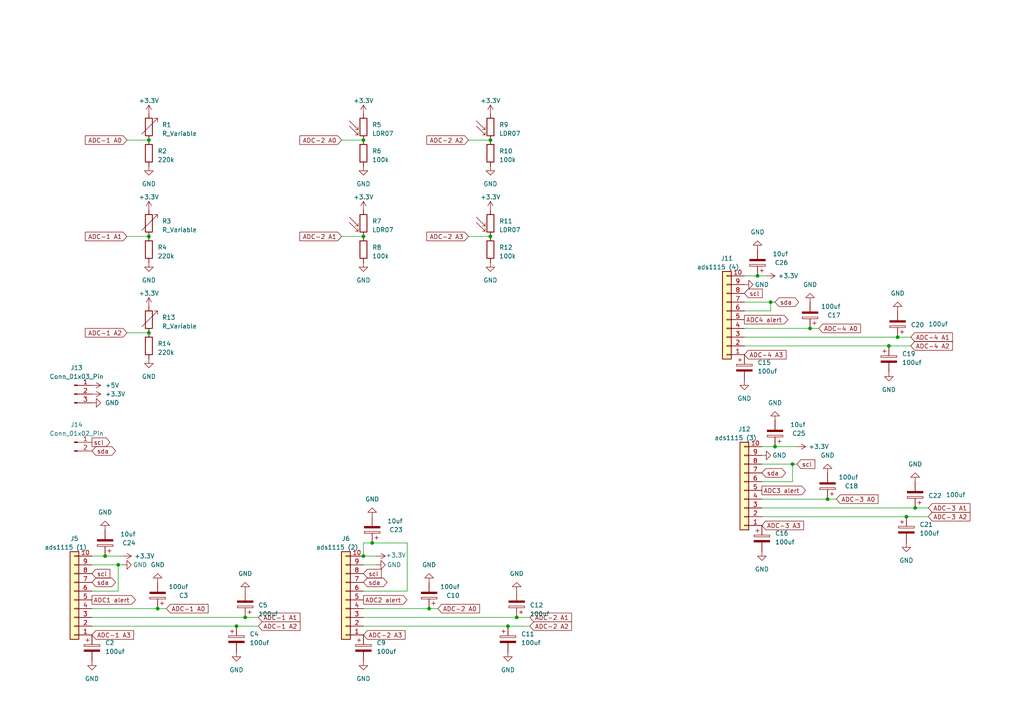
<source format=kicad_sch>
(kicad_sch (version 20231120) (generator "eeschema") (generator_version "8.0")
  (paper "A4")
  (lib_symbols
    (symbol "+3.3V_1" (power) (pin_numbers hide) (pin_names (offset 0) hide)
      (property "Value" "+3.3V" (at 0 3.556 0))
      (symbol "+3.3V_1_0_1"
        (polyline (pts (xy -0.762 1.27) (xy 0 2.54)))
        (polyline (pts (xy 0 0) (xy 0 2.54)))
        (polyline (pts (xy 0 2.54) (xy 0.762 1.27)))
      )
      (symbol "+3.3V_1_1_1"
        (pin power_in line (at 0 0 90) (length 0) (name "~") (number "1"))
      )
    )
    (symbol "Connector:Conn_01x02_Pin" (pin_names (offset 1.016) hide)
      (property "Reference" "J" (at 0 2.54 0))
      (property "Value" "Conn_01x02_Pin" (at 0 -5.08 0))
      (symbol "Conn_01x02_Pin_1_1"
        (polyline (pts (xy 1.27 -2.54) (xy 0.8636 -2.54)) (stroke (width 0.1524)))
        (polyline (pts (xy 1.27 0) (xy 0.8636 0)) (stroke (width 0.1524)))
        (rectangle (start 0.8636 -2.413) (end 0 -2.667) (stroke (width 0.1524)) (fill (type outline)))
        (rectangle (start 0.8636 0.127) (end 0 -0.127) (stroke (width 0.1524)) (fill (type outline)))
        (pin passive line (at 5.08 0 180) (length 3.81) (name "Pin_1") (number "1"))
        (pin passive line (at 5.08 -2.54 180) (length 3.81) (name "Pin_2") (number "2"))
      )
    )
    (symbol "Connector:Conn_01x03_Pin" (pin_names (offset 1.016) hide)
      (property "Reference" "J" (at 0 5.08 0))
      (property "Value" "Conn_01x03_Pin" (at 0 -5.08 0))
      (symbol "Conn_01x03_Pin_1_1"
        (polyline (pts (xy 1.27 -2.54) (xy 0.8636 -2.54)) (stroke (width 0.1524)))
        (polyline (pts (xy 1.27 0) (xy 0.8636 0)) (stroke (width 0.1524)))
        (polyline (pts (xy 1.27 2.54) (xy 0.8636 2.54)) (stroke (width 0.1524)))
        (rectangle (start 0.8636 -2.413) (end 0 -2.667) (stroke (width 0.1524)) (fill (type outline)))
        (rectangle (start 0.8636 0.127) (end 0 -0.127) (stroke (width 0.1524)) (fill (type outline)))
        (rectangle (start 0.8636 2.667) (end 0 2.413) (stroke (width 0.1524)) (fill (type outline)))
        (pin passive line (at 5.08 2.54 180) (length 3.81) (name "Pin_1") (number "1"))
        (pin passive line (at 5.08 0 180) (length 3.81) (name "Pin_2") (number "2"))
        (pin passive line (at 5.08 -2.54 180) (length 3.81) (name "Pin_3") (number "3"))
      )
    )
    (symbol "Connector_Generic:Conn_01x10" (pin_names (offset 1.016) hide)
      (property "Reference" "J" (at 0 12.7 0))
      (property "Value" "Conn_01x10" (at 0 -15.24 0))
      (symbol "Conn_01x10_1_1"
        (rectangle (start -1.27 -12.573) (end 0 -12.827) (stroke (width 0.1524)))
        (rectangle (start -1.27 -10.033) (end 0 -10.287) (stroke (width 0.1524)))
        (rectangle (start -1.27 -7.493) (end 0 -7.747) (stroke (width 0.1524)))
        (rectangle (start -1.27 -4.953) (end 0 -5.207) (stroke (width 0.1524)))
        (rectangle (start -1.27 -2.413) (end 0 -2.667) (stroke (width 0.1524)))
        (rectangle (start -1.27 0.127) (end 0 -0.127) (stroke (width 0.1524)))
        (rectangle (start -1.27 2.667) (end 0 2.413) (stroke (width 0.1524)))
        (rectangle (start -1.27 5.207) (end 0 4.953) (stroke (width 0.1524)))
        (rectangle (start -1.27 7.747) (end 0 7.493) (stroke (width 0.1524)))
        (rectangle (start -1.27 10.287) (end 0 10.033) (stroke (width 0.1524)))
        (rectangle (start -1.27 11.43) (end 1.27 -13.97) (stroke (width 0.254)) (fill (type background)))
        (pin passive line (at -5.08 10.16 0) (length 3.81) (name "Pin_1") (number "1"))
        (pin passive line (at -5.08 -12.7 0) (length 3.81) (name "Pin_10") (number "10"))
        (pin passive line (at -5.08 7.62 0) (length 3.81) (name "Pin_2") (number "2"))
        (pin passive line (at -5.08 5.08 0) (length 3.81) (name "Pin_3") (number "3"))
        (pin passive line (at -5.08 2.54 0) (length 3.81) (name "Pin_4") (number "4"))
        (pin passive line (at -5.08 0 0) (length 3.81) (name "Pin_5") (number "5"))
        (pin passive line (at -5.08 -2.54 0) (length 3.81) (name "Pin_6") (number "6"))
        (pin passive line (at -5.08 -5.08 0) (length 3.81) (name "Pin_7") (number "7"))
        (pin passive line (at -5.08 -7.62 0) (length 3.81) (name "Pin_8") (number "8"))
        (pin passive line (at -5.08 -10.16 0) (length 3.81) (name "Pin_9") (number "9"))
      )
    )
    (symbol "Device:C_Polarized" (pin_numbers hide) (pin_names (offset 0.254))
      (property "Reference" "C" (at 0.635 2.54 0))
      (property "Value" "C_Polarized" (at 0.635 -2.54 0))
      (symbol "C_Polarized_0_1"
        (rectangle (start -2.286 0.508) (end 2.286 1.016))
        (polyline (pts (xy -1.778 2.286) (xy -0.762 2.286)))
        (polyline (pts (xy -1.27 2.794) (xy -1.27 1.778)))
        (rectangle (start 2.286 -0.508) (end -2.286 -1.016) (fill (type outline)))
      )
      (symbol "C_Polarized_1_1"
        (pin passive line (at 0 3.81 270) (length 2.794) (name "~") (number "1"))
        (pin passive line (at 0 -3.81 90) (length 2.794) (name "~") (number "2"))
      )
    )
    (symbol "Device:R" (pin_numbers hide) (pin_names (offset 0))
      (property "Reference" "R" (at 2.032 0 90))
      (property "Value" "R" (at 0 0 90))
      (symbol "R_0_1"
        (rectangle (start -1.016 -2.54) (end 1.016 2.54) (stroke (width 0.254)))
      )
      (symbol "R_1_1"
        (pin passive line (at 0 3.81 270) (length 1.27) (name "~") (number "1"))
        (pin passive line (at 0 -3.81 90) (length 1.27) (name "~") (number "2"))
      )
    )
    (symbol "Device:R_Variable" (pin_numbers hide) (pin_names (offset 0))
      (property "Reference" "R" (at 2.54 -2.54 90))
      (property "Value" "R_Variable" (at -2.54 -1.27 90))
      (symbol "R_Variable_0_1"
        (rectangle (start -1.016 -2.54) (end 1.016 2.54) (stroke (width 0.254)))
        (polyline (pts (xy 2.54 1.524) (xy 2.54 2.54) (xy 1.524 2.54) (xy 2.54 2.54) (xy -2.032 -2.032)))
      )
      (symbol "R_Variable_1_1"
        (pin passive line (at 0 3.81 270) (length 1.27) (name "~") (number "1"))
        (pin passive line (at 0 -3.81 90) (length 1.27) (name "~") (number "2"))
      )
    )
    (symbol "GND_1" (power) (pin_numbers hide) (pin_names (offset 0) hide)
      (property "Value" "GND" (at 0 -3.81 0))
      (symbol "GND_1_0_1"
        (polyline (pts (xy 0 0) (xy 0 -1.27) (xy 1.27 -1.27) (xy 0 -2.54) (xy -1.27 -1.27) (xy 0 -1.27)))
      )
      (symbol "GND_1_1_1"
        (pin power_in line (at 0 0 270) (length 0) (name "~") (number "1"))
      )
    )
    (symbol "Sensor_Optical:LDR07" (pin_numbers hide) (pin_names (offset 0))
      (property "Reference" "R" (at -5.08 0 90))
      (property "Value" "LDR07" (at 1.905 0 90))
      (symbol "LDR07_0_1"
        (rectangle (start -1.016 2.54) (end 1.016 -2.54) (stroke (width 0.254)))
        (polyline (pts (xy -1.524 -2.286) (xy -4.064 0.254)))
        (polyline (pts (xy -1.524 -2.286) (xy -2.286 -2.286)))
        (polyline (pts (xy -1.524 -2.286) (xy -1.524 -1.524)))
        (polyline (pts (xy -1.524 -0.762) (xy -4.064 1.778)))
        (polyline (pts (xy -1.524 -0.762) (xy -2.286 -0.762)))
        (polyline (pts (xy -1.524 -0.762) (xy -1.524 0)))
      )
      (symbol "LDR07_1_1"
        (pin passive line (at 0 3.81 270) (length 1.27) (name "~") (number "1"))
        (pin passive line (at 0 -3.81 90) (length 1.27) (name "~") (number "2"))
      )
    )
    (symbol "power:+3.3V" (power) (pin_names (offset 0))
      (property "Value" "+3.3V" (at 0 3.556 0))
      (symbol "+3.3V_0_1"
        (polyline (pts (xy -0.762 1.27) (xy 0 2.54)))
        (polyline (pts (xy 0 0) (xy 0 2.54)))
        (polyline (pts (xy 0 2.54) (xy 0.762 1.27)))
      )
      (symbol "+3.3V_1_1"
        (pin power_in line (at 0 0 90) (length 0) hide (name "+3.3V") (number "1"))
      )
    )
    (symbol "power:+5V" (power) (pin_numbers hide) (pin_names (offset 0) hide)
      (property "Value" "+5V" (at 0 3.556 0))
      (symbol "+5V_0_1"
        (polyline (pts (xy -0.762 1.27) (xy 0 2.54)))
        (polyline (pts (xy 0 0) (xy 0 2.54)))
        (polyline (pts (xy 0 2.54) (xy 0.762 1.27)))
      )
      (symbol "+5V_1_1"
        (pin power_in line (at 0 0 90) (length 0) (name "~") (number "1"))
      )
    )
    (symbol "power:GND" (power) (pin_names (offset 0))
      (property "Value" "GND" (at 0 -3.81 0))
      (symbol "GND_0_1"
        (polyline (pts (xy 0 0) (xy 0 -1.27) (xy 1.27 -1.27) (xy 0 -2.54) (xy -1.27 -1.27) (xy 0 -1.27)))
      )
      (symbol "GND_1_1"
        (pin power_in line (at 0 0 270) (length 0) hide (name "GND") (number "1"))
      )
    )
  )
  (junction (at 105.41 161.29))
  (junction (at 43.18 40.64))
  (junction (at 105.41 40.64))
  (junction (at 223.52 87.63))
  (junction (at 265.43 147.32))
  (junction (at 219.71 80.01))
  (junction (at 224.79 129.54))
  (junction (at 43.18 68.58))
  (junction (at 105.41 68.58))
  (junction (at 147.32 181.61))
  (junction (at 124.46 176.53))
  (junction (at 234.95 95.25))
  (junction (at 34.29 163.83))
  (junction (at 142.24 68.58))
  (junction (at 68.58 181.61))
  (junction (at 262.89 149.86))
  (junction (at 43.18 96.52))
  (junction (at 45.72 176.53))
  (junction (at 142.24 40.64))
  (junction (at 260.35 97.79))
  (junction (at 257.81 100.33))
  (junction (at 240.03 144.78))
  (junction (at 71.12 179.07))
  (junction (at 149.86 179.07))
  (junction (at 30.48 161.29))
  (junction (at 107.95 157.48))
  (junction (at 229.87 134.62))
  (wire (pts (xy 240.03 144.78) (xy 242.57 144.78)))
  (wire (pts (xy 118.11 157.48) (xy 107.95 157.48)))
  (wire (pts (xy 45.72 176.53) (xy 48.26 176.53)))
  (wire (pts (xy 257.81 100.33) (xy 215.9 100.33)))
  (wire (pts (xy 153.67 181.61) (xy 147.32 181.61)))
  (wire (pts (xy 74.93 181.61) (xy 68.58 181.61)))
  (wire (pts (xy 147.32 181.61) (xy 105.41 181.61)))
  (wire (pts (xy 153.67 179.07) (xy 149.86 179.07)))
  (wire (pts (xy 229.87 139.7) (xy 229.87 134.62)))
  (wire (pts (xy 34.29 163.83) (xy 26.67 163.83)))
  (wire (pts (xy 135.89 40.64) (xy 142.24 40.64)))
  (wire (pts (xy 109.22 161.29) (xy 105.41 161.29)))
  (wire (pts (xy 36.83 40.64) (xy 43.18 40.64)))
  (wire (pts (xy 222.25 80.01) (xy 219.71 80.01)))
  (wire (pts (xy 231.14 129.54) (xy 224.79 129.54)))
  (wire (pts (xy 215.9 90.17) (xy 223.52 90.17)))
  (wire (pts (xy 35.56 163.83) (xy 34.29 163.83)))
  (wire (pts (xy 107.95 157.48) (xy 105.41 157.48)))
  (wire (pts (xy 36.83 68.58) (xy 43.18 68.58)))
  (wire (pts (xy 105.41 157.48) (xy 105.41 161.29)))
  (wire (pts (xy 269.24 149.86) (xy 262.89 149.86)))
  (wire (pts (xy 34.29 171.45) (xy 26.67 171.45)))
  (wire (pts (xy 30.48 161.29) (xy 26.67 161.29)))
  (wire (pts (xy 99.06 68.58) (xy 105.41 68.58)))
  (wire (pts (xy 262.89 149.86) (xy 220.98 149.86)))
  (wire (pts (xy 215.9 95.25) (xy 234.95 95.25)))
  (wire (pts (xy 135.89 68.58) (xy 142.24 68.58)))
  (wire (pts (xy 223.52 90.17) (xy 223.52 87.63)))
  (wire (pts (xy 118.11 171.45) (xy 118.11 157.48)))
  (wire (pts (xy 269.24 147.32) (xy 265.43 147.32)))
  (wire (pts (xy 35.56 161.29) (xy 30.48 161.29)))
  (wire (pts (xy 229.87 134.62) (xy 220.98 134.62)))
  (wire (pts (xy 71.12 179.07) (xy 26.67 179.07)))
  (wire (pts (xy 105.41 176.53) (xy 124.46 176.53)))
  (wire (pts (xy 264.16 100.33) (xy 257.81 100.33)))
  (wire (pts (xy 109.22 163.83) (xy 105.41 163.83)))
  (wire (pts (xy 74.93 179.07) (xy 71.12 179.07)))
  (wire (pts (xy 234.95 95.25) (xy 237.49 95.25)))
  (wire (pts (xy 224.79 87.63) (xy 223.52 87.63)))
  (wire (pts (xy 149.86 179.07) (xy 105.41 179.07)))
  (wire (pts (xy 124.46 176.53) (xy 127 176.53)))
  (wire (pts (xy 260.35 97.79) (xy 215.9 97.79)))
  (wire (pts (xy 231.14 134.62) (xy 229.87 134.62)))
  (wire (pts (xy 99.06 40.64) (xy 105.41 40.64)))
  (wire (pts (xy 34.29 163.83) (xy 34.29 171.45)))
  (wire (pts (xy 265.43 147.32) (xy 220.98 147.32)))
  (wire (pts (xy 264.16 97.79) (xy 260.35 97.79)))
  (wire (pts (xy 223.52 87.63) (xy 215.9 87.63)))
  (wire (pts (xy 68.58 181.61) (xy 26.67 181.61)))
  (wire (pts (xy 219.71 80.01) (xy 215.9 80.01)))
  (wire (pts (xy 220.98 139.7) (xy 229.87 139.7)))
  (wire (pts (xy 105.41 171.45) (xy 118.11 171.45)))
  (wire (pts (xy 26.67 176.53) (xy 45.72 176.53)))
  (wire (pts (xy 220.98 144.78) (xy 240.03 144.78)))
  (wire (pts (xy 224.79 129.54) (xy 220.98 129.54)))
  (wire (pts (xy 36.83 96.52) (xy 43.18 96.52)))
  (global_label "ADC-1 A1" (shape input) (at 74.93 179.07 0) (property "Intersheetrefs" "${INTERSHEET_REFS}" (effects (hide yes))))
  (global_label "ADC2 alert" (shape output) (at 105.41 173.99 0) (property "Intersheetrefs" "${INTERSHEET_REFS}" (effects (hide yes))))
  (global_label "ADC-1 A0" (shape input) (at 48.26 176.53 0) (property "Intersheetrefs" "${INTERSHEET_REFS}" (effects (hide yes))))
  (global_label "ADC-2 A0" (shape input) (at 99.06 40.64 180) (property "Intersheetrefs" "${INTERSHEET_REFS}" (effects (hide yes))))
  (global_label "scl" (shape input) (at 215.9 85.09 0) (property "Intersheetrefs" "${INTERSHEET_REFS}" (effects (hide yes))))
  (global_label "ADC-4 A0" (shape input) (at 237.49 95.25 0) (property "Intersheetrefs" "${INTERSHEET_REFS}" (effects (hide yes))))
  (global_label "ADC4 alert" (shape output) (at 215.9 92.71 0) (property "Intersheetrefs" "${INTERSHEET_REFS}" (effects (hide yes))))
  (global_label "ADC-1 A3" (shape input) (at 26.67 184.15 0) (property "Intersheetrefs" "${INTERSHEET_REFS}" (effects (hide yes))))
  (global_label "ADC-3 A0" (shape input) (at 242.57 144.78 0) (property "Intersheetrefs" "${INTERSHEET_REFS}" (effects (hide yes))))
  (global_label "scl" (shape input) (at 26.67 166.37 0) (property "Intersheetrefs" "${INTERSHEET_REFS}" (effects (hide yes))))
  (global_label "ADC-1 A2" (shape input) (at 36.83 96.52 180) (property "Intersheetrefs" "${INTERSHEET_REFS}" (effects (hide yes))))
  (global_label "scl" (shape output) (at 26.67 128.27 0) (property "Intersheetrefs" "${INTERSHEET_REFS}" (effects (hide yes))))
  (global_label "sda" (shape bidirectional) (at 26.67 168.91 0) (property "Intersheetrefs" "${INTERSHEET_REFS}" (effects (hide yes))))
  (global_label "sda" (shape bidirectional) (at 105.41 168.91 0) (property "Intersheetrefs" "${INTERSHEET_REFS}" (effects (hide yes))))
  (global_label "ADC-2 A1" (shape input) (at 99.06 68.58 180) (property "Intersheetrefs" "${INTERSHEET_REFS}" (effects (hide yes))))
  (global_label "sda" (shape bidirectional) (at 224.79 87.63 0) (property "Intersheetrefs" "${INTERSHEET_REFS}" (effects (hide yes))))
  (global_label "ADC-2 A1" (shape input) (at 153.67 179.07 0) (property "Intersheetrefs" "${INTERSHEET_REFS}" (effects (hide yes))))
  (global_label "ADC1 alert" (shape output) (at 26.67 173.99 0) (property "Intersheetrefs" "${INTERSHEET_REFS}" (effects (hide yes))))
  (global_label "scl" (shape input) (at 105.41 166.37 0) (property "Intersheetrefs" "${INTERSHEET_REFS}" (effects (hide yes))))
  (global_label "ADC-3 A3" (shape input) (at 220.98 152.4 0) (property "Intersheetrefs" "${INTERSHEET_REFS}" (effects (hide yes))))
  (global_label "ADC-4 A2" (shape input) (at 264.16 100.33 0) (property "Intersheetrefs" "${INTERSHEET_REFS}" (effects (hide yes))))
  (global_label "ADC-1 A1" (shape input) (at 36.83 68.58 180) (property "Intersheetrefs" "${INTERSHEET_REFS}" (effects (hide yes))))
  (global_label "ADC-2 A2" (shape input) (at 153.67 181.61 0) (property "Intersheetrefs" "${INTERSHEET_REFS}" (effects (hide yes))))
  (global_label "ADC-4 A3" (shape input) (at 215.9 102.87 0) (property "Intersheetrefs" "${INTERSHEET_REFS}" (effects (hide yes))))
  (global_label "ADC-3 A2" (shape input) (at 269.24 149.86 0) (property "Intersheetrefs" "${INTERSHEET_REFS}" (effects (hide yes))))
  (global_label "ADC-4 A1" (shape input) (at 264.16 97.79 0) (property "Intersheetrefs" "${INTERSHEET_REFS}" (effects (hide yes))))
  (global_label "ADC-2 A2" (shape input) (at 135.89 40.64 180) (property "Intersheetrefs" "${INTERSHEET_REFS}" (effects (hide yes))))
  (global_label "ADC-1 A0" (shape input) (at 36.83 40.64 180) (property "Intersheetrefs" "${INTERSHEET_REFS}" (effects (hide yes))))
  (global_label "sda" (shape bidirectional) (at 220.98 137.16 0) (property "Intersheetrefs" "${INTERSHEET_REFS}" (effects (hide yes))))
  (global_label "ADC-2 A3" (shape input) (at 135.89 68.58 180) (property "Intersheetrefs" "${INTERSHEET_REFS}" (effects (hide yes))))
  (global_label "ADC3 alert" (shape output) (at 220.98 142.24 0) (property "Intersheetrefs" "${INTERSHEET_REFS}" (effects (hide yes))))
  (global_label "ADC-1 A2" (shape input) (at 74.93 181.61 0) (property "Intersheetrefs" "${INTERSHEET_REFS}" (effects (hide yes))))
  (global_label "ADC-2 A3" (shape input) (at 105.41 184.15 0) (property "Intersheetrefs" "${INTERSHEET_REFS}" (effects (hide yes))))
  (global_label "scl" (shape input) (at 231.14 134.62 0) (property "Intersheetrefs" "${INTERSHEET_REFS}" (effects (hide yes))))
  (global_label "ADC-3 A1" (shape input) (at 269.24 147.32 0) (property "Intersheetrefs" "${INTERSHEET_REFS}" (effects (hide yes))))
  (global_label "sda" (shape bidirectional) (at 26.67 130.81 0) (property "Intersheetrefs" "${INTERSHEET_REFS}" (effects (hide yes))))
  (global_label "ADC-2 A0" (shape input) (at 127 176.53 0) (property "Intersheetrefs" "${INTERSHEET_REFS}" (effects (hide yes))))
  (symbol (lib_id "Device:R") (at 142.24 44.45 0) (unit 1)
    (property "Reference" "R10" (at 144.78 43.815 0) (effects (justify left)))
    (property "Value" "100k" (at 144.78 46.355 0) (effects (justify left)))
    (property "Footprint" "Resistor_THT:R_Axial_DIN0204_L3.6mm_D1.6mm_P7.62mm_Horizontal" (effects (hide yes)))
  )
  (symbol (lib_id "Device:C_Polarized") (at 260.35 93.98 180) (unit 1)
    (property "Reference" "C20" (at 264.16 94.234 0) (effects (justify right)))
    (property "Value" "100uf" (at 269.24 93.98 0) (effects (justify right)))
    (property "Footprint" "Capacitor_SMD:C_1206_3216Metric_Pad1.33x1.80mm_HandSolder" (effects (hide yes)))
  )
  (symbol (lib_id "power:GND") (at 105.41 76.2 0) (unit 1)
    (property "Reference" "#PWR041" (effects (hide yes)))
    (property "Value" "GND" (at 105.41 81.28 0))
  )
  (symbol (lib_id "Device:C_Polarized") (at 149.86 175.26 180) (unit 1)
    (property "Reference" "C12" (at 153.67 175.514 0) (effects (justify right)))
    (property "Value" "100uf" (at 153.67 178.054 0) (effects (justify right)))
    (property "Footprint" "Capacitor_SMD:C_1206_3216Metric_Pad1.33x1.80mm_HandSolder" (effects (hide yes)))
  )
  (symbol (lib_id "Device:R_Variable") (at 43.18 36.83 0) (unit 1)
    (property "Reference" "R1" (at 46.99 36.195 0) (effects (justify left)))
    (property "Value" "R_Variable" (at 46.99 38.735 0) (effects (justify left)))
    (property "Footprint" "Connector_PinHeader_2.54mm:PinHeader_1x02_P2.54mm_Vertical" (effects (hide yes)))
  )
  (symbol (lib_id "Device:R") (at 142.24 72.39 0) (unit 1)
    (property "Reference" "R12" (at 144.78 71.755 0) (effects (justify left)))
    (property "Value" "100k" (at 144.78 74.295 0) (effects (justify left)))
    (property "Footprint" "Resistor_THT:R_Axial_DIN0204_L3.6mm_D1.6mm_P7.62mm_Horizontal" (effects (hide yes)))
  )
  (symbol (lib_id "power:GND") (at 257.81 107.95 0) (unit 1)
    (property "Reference" "#PWR062" (effects (hide yes)))
    (property "Value" "GND" (at 257.81 113.03 0))
  )
  (symbol (lib_id "power:+3.3V") (at 109.22 161.29 270) (unit 1)
    (property "Reference" "#PWR028" (effects (hide yes)))
    (property "Value" "+3.3V" (at 114.808 161.036 90))
  )
  (symbol (lib_id "Device:R") (at 105.41 72.39 0) (unit 1)
    (property "Reference" "R8" (at 107.95 71.755 0) (effects (justify left)))
    (property "Value" "100k" (at 107.95 74.295 0) (effects (justify left)))
    (property "Footprint" "Resistor_THT:R_Axial_DIN0204_L3.6mm_D1.6mm_P7.62mm_Horizontal" (effects (hide yes)))
  )
  (symbol (lib_id "power:GND") (at 215.9 82.55 90) (unit 1)
    (property "Reference" "#PWR033" (effects (hide yes)))
    (property "Value" "GND" (at 220.98 82.55 90))
  )
  (symbol (lib_id "Device:C_Polarized") (at 257.81 104.14 0) (unit 1)
    (property "Reference" "C19" (at 261.62 102.616 0) (effects (justify left)))
    (property "Value" "100uf" (at 261.62 105.156 0) (effects (justify left)))
    (property "Footprint" "Capacitor_SMD:C_1206_3216Metric_Pad1.33x1.80mm_HandSolder" (effects (hide yes)))
  )
  (symbol (lib_id "Sensor_Optical:LDR07") (at 142.24 64.77 0) (unit 1)
    (property "Reference" "R11" (at 144.78 64.135 0) (effects (justify left)))
    (property "Value" "LDR07" (at 144.78 66.675 0) (effects (justify left)))
    (property "Footprint" "Connector_PinHeader_2.54mm:PinHeader_1x02_P2.54mm_Vertical" (effects (hide yes)))
    (property "Datasheet" "http://www.tme.eu/de/Document/f2e3ad76a925811312d226c31da4cd7e/LDR07.pdf" (effects (hide yes)))
  )
  (symbol (lib_id "power:GND") (at 30.48 153.67 180) (unit 1)
    (property "Reference" "#PWR067" (effects (hide yes)))
    (property "Value" "GND" (at 30.48 148.59 0))
  )
  (symbol (lib_id "power:GND") (at 220.98 132.08 90) (unit 1)
    (property "Reference" "#PWR058" (effects (hide yes)))
    (property "Value" "GND" (at 226.06 132.08 90))
  )
  (symbol (lib_id "Device:R") (at 43.18 72.39 0) (unit 1)
    (property "Reference" "R4" (at 45.72 71.755 0) (effects (justify left)))
    (property "Value" "220k" (at 45.72 74.295 0) (effects (justify left)))
    (property "Footprint" "Resistor_THT:R_Axial_DIN0204_L3.6mm_D1.6mm_P7.62mm_Horizontal" (effects (hide yes)))
  )
  (symbol (lib_id "Device:C_Polarized") (at 220.98 156.21 0) (unit 1)
    (property "Reference" "C16" (at 224.79 154.686 0) (effects (justify left)))
    (property "Value" "100uf" (at 224.79 157.226 0) (effects (justify left)))
    (property "Footprint" "Capacitor_SMD:C_1206_3216Metric_Pad1.33x1.80mm_HandSolder" (effects (hide yes)))
  )
  (symbol (lib_id "power:GND") (at 43.18 104.14 0) (unit 1)
    (property "Reference" "#PWR055" (effects (hide yes)))
    (property "Value" "GND" (at 43.18 109.22 0))
  )
  (symbol (lib_id "power:+5V") (at 26.67 111.76 270) (unit 1)
    (property "Reference" "#PWR071" (effects (hide yes)))
    (property "Value" "+5V" (at 30.48 111.7599 90) (effects (justify left)))
    (property "Description" "Power symbol creates a global label with name \"+5V\"" (effects (hide yes)))
  )
  (symbol (lib_id "power:GND") (at 265.43 139.7 180) (unit 1)
    (property "Reference" "#PWR065" (effects (hide yes)))
    (property "Value" "GND" (at 265.43 134.62 0))
  )
  (symbol (lib_id "power:GND") (at 68.58 189.23 0) (unit 1)
    (property "Reference" "#PWR017" (effects (hide yes)))
    (property "Value" "GND" (at 68.58 194.31 0))
  )
  (symbol (lib_id "power:GND") (at 43.18 48.26 0) (unit 1)
    (property "Reference" "#PWR035" (effects (hide yes)))
    (property "Value" "GND" (at 43.18 53.34 0))
  )
  (symbol (lib_id "Device:R") (at 43.18 44.45 0) (unit 1)
    (property "Reference" "R2" (at 45.72 43.815 0) (effects (justify left)))
    (property "Value" "220k" (at 45.72 46.355 0) (effects (justify left)))
    (property "Footprint" "Resistor_THT:R_Axial_DIN0204_L3.6mm_D1.6mm_P7.62mm_Horizontal" (effects (hide yes)))
  )
  (symbol (lib_id "power:+3.3V") (at 105.41 33.02 0) (unit 1)
    (property "Reference" "#PWR038" (effects (hide yes)))
    (property "Value" "+3.3V" (at 105.41 29.21 0))
  )
  (symbol (lib_id "power:+3.3V") (at 231.14 129.54 270) (unit 1)
    (property "Reference" "#PWR057" (effects (hide yes)))
    (property "Value" "+3.3V" (at 237.49 129.54 90))
  )
  (symbol (lib_id "Sensor_Optical:LDR07") (at 142.24 36.83 0) (unit 1)
    (property "Reference" "R9" (at 144.78 36.195 0) (effects (justify left)))
    (property "Value" "LDR07" (at 144.78 38.735 0) (effects (justify left)))
    (property "Footprint" "Connector_PinHeader_2.54mm:PinHeader_1x02_P2.54mm_Vertical" (effects (hide yes)))
    (property "Datasheet" "http://www.tme.eu/de/Document/f2e3ad76a925811312d226c31da4cd7e/LDR07.pdf" (effects (hide yes)))
  )
  (symbol (lib_id "Device:C_Polarized") (at 265.43 143.51 180) (unit 1)
    (property "Reference" "C22" (at 269.24 143.764 0) (effects (justify right)))
    (property "Value" "100uf" (at 274.32 143.51 0) (effects (justify right)))
    (property "Footprint" "Capacitor_SMD:C_1206_3216Metric_Pad1.33x1.80mm_HandSolder" (effects (hide yes)))
  )
  (symbol (lib_id "power:GND") (at 71.12 171.45 180) (unit 1)
    (property "Reference" "#PWR018" (effects (hide yes)))
    (property "Value" "GND" (at 71.12 166.37 0))
  )
  (symbol (lib_id "Device:C_Polarized") (at 262.89 153.67 0) (unit 1)
    (property "Reference" "C21" (at 266.7 152.146 0) (effects (justify left)))
    (property "Value" "100uf" (at 266.7 154.686 0) (effects (justify left)))
    (property "Footprint" "Capacitor_SMD:C_1206_3216Metric_Pad1.33x1.80mm_HandSolder" (effects (hide yes)))
  )
  (symbol (lib_id "power:+3.3V") (at 35.56 161.29 270) (unit 1)
    (property "Reference" "#PWR09" (effects (hide yes)))
    (property "Value" "+3.3V" (at 41.91 161.29 90))
  )
  (symbol (lib_id "power:GND") (at 35.56 163.83 90) (unit 1)
    (property "Reference" "#PWR013" (effects (hide yes)))
    (property "Value" "GND" (at 40.64 163.83 90))
  )
  (symbol (lib_id "power:GND") (at 262.89 157.48 0) (unit 1)
    (property "Reference" "#PWR064" (effects (hide yes)))
    (property "Value" "GND" (at 262.89 162.56 0))
  )
  (symbol (lib_name "GND_1") (lib_id "power:GND") (at 26.67 116.84 90) (unit 1)
    (property "Reference" "#PWR070" (effects (hide yes)))
    (property "Value" "GND" (at 30.48 116.8399 90) (effects (justify right)))
    (property "Description" "Power symbol creates a global label with name \"GND\" , ground" (effects (hide yes)))
  )
  (symbol (lib_id "power:GND") (at 240.03 137.16 180) (unit 1)
    (property "Reference" "#PWR061" (effects (hide yes)))
    (property "Value" "GND" (at 240.03 132.08 0))
  )
  (symbol (lib_id "Device:R_Variable") (at 43.18 92.71 0) (unit 1)
    (property "Reference" "R13" (at 46.99 92.075 0) (effects (justify left)))
    (property "Value" "R_Variable" (at 46.99 94.615 0) (effects (justify left)))
    (property "Footprint" "Connector_PinHeader_2.54mm:PinHeader_1x02_P2.54mm_Vertical" (effects (hide yes)))
  )
  (symbol (lib_id "Connector:Conn_01x03_Pin") (at 21.59 114.3 0) (unit 1)
    (property "Reference" "J13" (at 22.225 106.68 0))
    (property "Value" "Conn_01x03_Pin" (at 22.225 109.22 0))
    (property "Footprint" "Connector_JST:JST_XH_B3B-XH-AM_1x03_P2.50mm_Vertical" (effects (hide yes)))
    (property "Description" "Generic connector, single row, 01x03, script generated" (effects (hide yes)))
  )
  (symbol (lib_id "Device:C_Polarized") (at 68.58 185.42 0) (unit 1)
    (property "Reference" "C4" (at 72.39 183.896 0) (effects (justify left)))
    (property "Value" "100uf" (at 72.39 186.436 0) (effects (justify left)))
    (property "Footprint" "Capacitor_SMD:C_1206_3216Metric_Pad1.33x1.80mm_HandSolder" (effects (hide yes)))
  )
  (symbol (lib_id "power:GND") (at 219.71 72.39 180) (unit 1)
    (property "Reference" "#PWR069" (effects (hide yes)))
    (property "Value" "GND" (at 219.71 67.31 0))
  )
  (symbol (lib_id "power:+3.3V") (at 105.41 60.96 0) (unit 1)
    (property "Reference" "#PWR040" (effects (hide yes)))
    (property "Value" "+3.3V" (at 105.41 57.15 0))
  )
  (symbol (lib_id "Device:C_Polarized") (at 240.03 140.97 180) (unit 1)
    (property "Reference" "C18" (at 248.92 140.97 0) (effects (justify left)))
    (property "Value" "100uf" (at 248.92 138.43 0) (effects (justify left)))
    (property "Footprint" "Capacitor_SMD:C_1206_3216Metric_Pad1.33x1.80mm_HandSolder" (effects (hide yes)))
  )
  (symbol (lib_name "+3.3V_1") (lib_id "power:+3.3V") (at 26.67 114.3 270) (unit 1)
    (property "Reference" "#PWR072" (effects (hide yes)))
    (property "Value" "+3.3V" (at 30.48 114.2999 90) (effects (justify left)))
    (property "Description" "Power symbol creates a global label with name \"+3.3V\"" (effects (hide yes)))
  )
  (symbol (lib_id "Connector_Generic:Conn_01x10") (at 210.82 92.71 180) (unit 1)
    (property "Reference" "J11" (at 210.82 74.93 0))
    (property "Value" "ads1115 (4)" (at 208.28 77.47 0))
    (property "Footprint" "Connector_PinSocket_2.54mm:PinSocket_1x10_P2.54mm_Vertical" (effects (hide yes)))
  )
  (symbol (lib_id "power:GND") (at 147.32 189.23 0) (unit 1)
    (property "Reference" "#PWR030" (effects (hide yes)))
    (property "Value" "GND" (at 147.32 194.31 0))
  )
  (symbol (lib_id "power:GND") (at 215.9 110.49 0) (unit 1)
    (property "Reference" "#PWR056" (effects (hide yes)))
    (property "Value" "GND" (at 215.9 115.57 0))
  )
  (symbol (lib_id "Device:C_Polarized") (at 26.67 187.96 0) (unit 1)
    (property "Reference" "C2" (at 30.48 186.436 0) (effects (justify left)))
    (property "Value" "100uf" (at 30.48 188.976 0) (effects (justify left)))
    (property "Footprint" "Capacitor_SMD:C_1206_3216Metric_Pad1.33x1.80mm_HandSolder" (effects (hide yes)))
  )
  (symbol (lib_id "Connector_Generic:Conn_01x10") (at 21.59 173.99 180) (unit 1)
    (property "Reference" "J5" (at 21.59 156.21 0))
    (property "Value" "ads1115 (1)" (at 19.05 158.75 0))
    (property "Footprint" "Connector_PinSocket_2.54mm:PinSocket_1x10_P2.54mm_Vertical" (effects (hide yes)))
  )
  (symbol (lib_id "Device:R") (at 43.18 100.33 0) (unit 1)
    (property "Reference" "R14" (at 45.72 99.695 0) (effects (justify left)))
    (property "Value" "220k" (at 45.72 102.235 0) (effects (justify left)))
    (property "Footprint" "Resistor_THT:R_Axial_DIN0204_L3.6mm_D1.6mm_P7.62mm_Horizontal" (effects (hide yes)))
  )
  (symbol (lib_id "power:+3.3V") (at 43.18 88.9 0) (unit 1)
    (property "Reference" "#PWR054" (effects (hide yes)))
    (property "Value" "+3.3V" (at 43.18 85.09 0))
  )
  (symbol (lib_id "power:+3.3V") (at 142.24 33.02 0) (unit 1)
    (property "Reference" "#PWR050" (effects (hide yes)))
    (property "Value" "+3.3V" (at 142.24 29.21 0))
  )
  (symbol (lib_id "power:+3.3V") (at 43.18 33.02 0) (unit 1)
    (property "Reference" "#PWR034" (effects (hide yes)))
    (property "Value" "+3.3V" (at 43.18 29.21 0))
  )
  (symbol (lib_id "power:GND") (at 43.18 76.2 0) (unit 1)
    (property "Reference" "#PWR037" (effects (hide yes)))
    (property "Value" "GND" (at 43.18 81.28 0))
  )
  (symbol (lib_id "power:GND") (at 26.67 191.77 0) (unit 1)
    (property "Reference" "#PWR012" (effects (hide yes)))
    (property "Value" "GND" (at 26.67 196.85 0))
  )
  (symbol (lib_id "power:GND") (at 149.86 171.45 180) (unit 1)
    (property "Reference" "#PWR031" (effects (hide yes)))
    (property "Value" "GND" (at 149.86 166.37 0))
  )
  (symbol (lib_id "power:GND") (at 260.35 90.17 180) (unit 1)
    (property "Reference" "#PWR063" (effects (hide yes)))
    (property "Value" "GND" (at 260.35 85.09 0))
  )
  (symbol (lib_id "Device:C_Polarized") (at 107.95 153.67 180) (unit 1)
    (property "Reference" "C23" (at 116.84 153.67 0) (effects (justify left)))
    (property "Value" "10uf" (at 116.84 151.13 0) (effects (justify left)))
    (property "Footprint" "Capacitor_SMD:C_1206_3216Metric_Pad1.33x1.80mm_HandSolder" (effects (hide yes)))
  )
  (symbol (lib_id "power:GND") (at 124.46 168.91 180) (unit 1)
    (property "Reference" "#PWR029" (effects (hide yes)))
    (property "Value" "GND" (at 124.46 163.83 0))
  )
  (symbol (lib_id "Device:R_Variable") (at 43.18 64.77 0) (unit 1)
    (property "Reference" "R3" (at 46.99 64.135 0) (effects (justify left)))
    (property "Value" "R_Variable" (at 46.99 66.675 0) (effects (justify left)))
    (property "Footprint" "Connector_PinHeader_2.54mm:PinHeader_1x02_P2.54mm_Vertical" (effects (hide yes)))
  )
  (symbol (lib_id "power:GND") (at 45.72 168.91 180) (unit 1)
    (property "Reference" "#PWR016" (effects (hide yes)))
    (property "Value" "GND" (at 45.72 163.83 0))
  )
  (symbol (lib_id "power:GND") (at 142.24 48.26 0) (unit 1)
    (property "Reference" "#PWR051" (effects (hide yes)))
    (property "Value" "GND" (at 142.24 53.34 0))
  )
  (symbol (lib_id "Sensor_Optical:LDR07") (at 105.41 36.83 0) (unit 1)
    (property "Reference" "R5" (at 107.95 36.195 0) (effects (justify left)))
    (property "Value" "LDR07" (at 107.95 38.735 0) (effects (justify left)))
    (property "Footprint" "Connector_PinHeader_2.54mm:PinHeader_1x02_P2.54mm_Vertical" (effects (hide yes)))
    (property "Datasheet" "http://www.tme.eu/de/Document/f2e3ad76a925811312d226c31da4cd7e/LDR07.pdf" (effects (hide yes)))
  )
  (symbol (lib_id "power:+3.3V") (at 43.18 60.96 0) (unit 1)
    (property "Reference" "#PWR036" (effects (hide yes)))
    (property "Value" "+3.3V" (at 43.18 57.15 0))
  )
  (symbol (lib_id "Device:C_Polarized") (at 224.79 125.73 180) (unit 1)
    (property "Reference" "C25" (at 233.68 125.73 0) (effects (justify left)))
    (property "Value" "10uf" (at 233.68 123.19 0) (effects (justify left)))
    (property "Footprint" "Capacitor_SMD:C_1206_3216Metric_Pad1.33x1.80mm_HandSolder" (effects (hide yes)))
  )
  (symbol (lib_id "Connector:Conn_01x02_Pin") (at 21.59 128.27 0) (unit 1)
    (property "Reference" "J14" (at 22.225 123.19 0))
    (property "Value" "Conn_01x02_Pin" (at 22.225 125.73 0))
    (property "Footprint" "Connector_JST:JST_XH_B2B-XH-A_1x02_P2.50mm_Vertical" (effects (hide yes)))
    (property "Description" "Generic connector, single row, 01x02, script generated" (effects (hide yes)))
  )
  (symbol (lib_id "Device:C_Polarized") (at 30.48 157.48 180) (unit 1)
    (property "Reference" "C24" (at 39.37 157.48 0) (effects (justify left)))
    (property "Value" "10uf" (at 39.37 154.94 0) (effects (justify left)))
    (property "Footprint" "Capacitor_SMD:C_1206_3216Metric_Pad1.33x1.80mm_HandSolder" (effects (hide yes)))
  )
  (symbol (lib_id "power:GND") (at 220.98 160.02 0) (unit 1)
    (property "Reference" "#PWR059" (effects (hide yes)))
    (property "Value" "GND" (at 220.98 165.1 0))
  )
  (symbol (lib_id "Device:C_Polarized") (at 105.41 187.96 0) (unit 1)
    (property "Reference" "C9" (at 109.22 186.436 0) (effects (justify left)))
    (property "Value" "100uf" (at 109.22 188.976 0) (effects (justify left)))
    (property "Footprint" "Capacitor_SMD:C_1206_3216Metric_Pad1.33x1.80mm_HandSolder" (effects (hide yes)))
  )
  (symbol (lib_id "power:GND") (at 109.22 163.83 90) (unit 1)
    (property "Reference" "#PWR019" (effects (hide yes)))
    (property "Value" "GND" (at 114.3 163.83 90))
  )
  (symbol (lib_id "Device:C_Polarized") (at 234.95 91.44 180) (unit 1)
    (property "Reference" "C17" (at 243.84 91.44 0) (effects (justify left)))
    (property "Value" "100uf" (at 243.84 88.9 0) (effects (justify left)))
    (property "Footprint" "Capacitor_SMD:C_1206_3216Metric_Pad1.33x1.80mm_HandSolder" (effects (hide yes)))
  )
  (symbol (lib_id "Device:R") (at 105.41 44.45 0) (unit 1)
    (property "Reference" "R6" (at 107.95 43.815 0) (effects (justify left)))
    (property "Value" "100k" (at 107.95 46.355 0) (effects (justify left)))
    (property "Footprint" "Resistor_THT:R_Axial_DIN0204_L3.6mm_D1.6mm_P7.62mm_Horizontal" (effects (hide yes)))
  )
  (symbol (lib_id "power:GND") (at 105.41 48.26 0) (unit 1)
    (property "Reference" "#PWR039" (effects (hide yes)))
    (property "Value" "GND" (at 105.41 53.34 0))
  )
  (symbol (lib_id "Connector_Generic:Conn_01x10") (at 215.9 142.24 180) (unit 1)
    (property "Reference" "J12" (at 215.9 124.46 0))
    (property "Value" "ads1115 (3)" (at 213.36 127 0))
    (property "Footprint" "Connector_PinSocket_2.54mm:PinSocket_1x10_P2.54mm_Vertical" (effects (hide yes)))
  )
  (symbol (lib_id "power:GND") (at 142.24 76.2 0) (unit 1)
    (property "Reference" "#PWR053" (effects (hide yes)))
    (property "Value" "GND" (at 142.24 81.28 0))
  )
  (symbol (lib_id "power:+3.3V") (at 142.24 60.96 0) (unit 1)
    (property "Reference" "#PWR052" (effects (hide yes)))
    (property "Value" "+3.3V" (at 142.24 57.15 0))
  )
  (symbol (lib_id "Device:C_Polarized") (at 45.72 172.72 180) (unit 1)
    (property "Reference" "C3" (at 54.61 172.72 0) (effects (justify left)))
    (property "Value" "100uf" (at 54.61 170.18 0) (effects (justify left)))
    (property "Footprint" "Capacitor_SMD:C_1206_3216Metric_Pad1.33x1.80mm_HandSolder" (effects (hide yes)))
  )
  (symbol (lib_id "Device:C_Polarized") (at 124.46 172.72 180) (unit 1)
    (property "Reference" "C10" (at 133.35 172.72 0) (effects (justify left)))
    (property "Value" "100uf" (at 133.35 170.18 0) (effects (justify left)))
    (property "Footprint" "Capacitor_SMD:C_1206_3216Metric_Pad1.33x1.80mm_HandSolder" (effects (hide yes)))
  )
  (symbol (lib_id "power:+3.3V") (at 222.25 80.01 270) (unit 1)
    (property "Reference" "#PWR032" (effects (hide yes)))
    (property "Value" "+3.3V" (at 228.6 80.01 90))
  )
  (symbol (lib_id "Device:C_Polarized") (at 71.12 175.26 180) (unit 1)
    (property "Reference" "C5" (at 74.93 175.514 0) (effects (justify right)))
    (property "Value" "100uf" (at 74.93 178.054 0) (effects (justify right)))
    (property "Footprint" "Capacitor_SMD:C_1206_3216Metric_Pad1.33x1.80mm_HandSolder" (effects (hide yes)))
  )
  (symbol (lib_id "Device:C_Polarized") (at 219.71 76.2 180) (unit 1)
    (property "Reference" "C26" (at 228.6 76.2 0) (effects (justify left)))
    (property "Value" "10uf" (at 228.6 73.66 0) (effects (justify left)))
    (property "Footprint" "Capacitor_SMD:C_1206_3216Metric_Pad1.33x1.80mm_HandSolder" (effects (hide yes)))
  )
  (symbol (lib_id "power:GND") (at 234.95 87.63 180) (unit 1)
    (property "Reference" "#PWR060" (effects (hide yes)))
    (property "Value" "GND" (at 234.95 82.55 0))
  )
  (symbol (lib_id "power:GND") (at 224.79 121.92 180) (unit 1)
    (property "Reference" "#PWR068" (effects (hide yes)))
    (property "Value" "GND" (at 224.79 116.84 0))
  )
  (symbol (lib_id "power:GND") (at 107.95 149.86 180) (unit 1)
    (property "Reference" "#PWR066" (effects (hide yes)))
    (property "Value" "GND" (at 107.95 144.78 0))
  )
  (symbol (lib_id "Sensor_Optical:LDR07") (at 105.41 64.77 0) (unit 1)
    (property "Reference" "R7" (at 107.95 64.135 0) (effects (justify left)))
    (property "Value" "LDR07" (at 107.95 66.675 0) (effects (justify left)))
    (property "Footprint" "Connector_PinHeader_2.54mm:PinHeader_1x02_P2.54mm_Vertical" (effects (hide yes)))
    (property "Datasheet" "http://www.tme.eu/de/Document/f2e3ad76a925811312d226c31da4cd7e/LDR07.pdf" (effects (hide yes)))
  )
  (symbol (lib_id "Connector_Generic:Conn_01x10") (at 100.33 173.99 180) (unit 1)
    (property "Reference" "J6" (at 100.33 156.21 0))
    (property "Value" "ads1115 (2)" (at 97.79 158.75 0))
    (property "Footprint" "Connector_PinSocket_2.54mm:PinSocket_1x10_P2.54mm_Vertical" (effects (hide yes)))
  )
  (symbol (lib_id "power:GND") (at 105.41 191.77 0) (unit 1)
    (property "Reference" "#PWR027" (effects (hide yes)))
    (property "Value" "GND" (at 105.41 196.85 0))
  )
  (symbol (lib_id "Device:C_Polarized") (at 147.32 185.42 0) (unit 1)
    (property "Reference" "C11" (at 151.13 183.896 0) (effects (justify left)))
    (property "Value" "100uf" (at 151.13 186.436 0) (effects (justify left)))
    (property "Footprint" "Capacitor_SMD:C_1206_3216Metric_Pad1.33x1.80mm_HandSolder" (effects (hide yes)))
  )
  (symbol (lib_id "Device:C_Polarized") (at 215.9 106.68 0) (unit 1)
    (property "Reference" "C15" (at 219.71 105.156 0) (effects (justify left)))
    (property "Value" "100uf" (at 219.71 107.696 0) (effects (justify left)))
    (property "Footprint" "Capacitor_SMD:C_1206_3216Metric_Pad1.33x1.80mm_HandSolder" (effects (hide yes)))
  )
)
</source>
